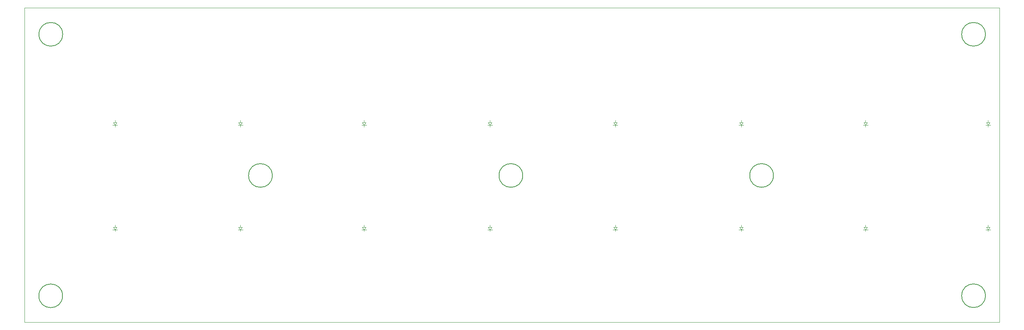
<source format=gbo>
%TF.GenerationSoftware,KiCad,Pcbnew,8.0.6*%
%TF.CreationDate,2024-11-10T21:08:49-06:00*%
%TF.ProjectId,micro_midi,6d696372-6f5f-46d6-9964-692e6b696361,rev?*%
%TF.SameCoordinates,Original*%
%TF.FileFunction,Legend,Bot*%
%TF.FilePolarity,Positive*%
%FSLAX46Y46*%
G04 Gerber Fmt 4.6, Leading zero omitted, Abs format (unit mm)*
G04 Created by KiCad (PCBNEW 8.0.6) date 2024-11-10 21:08:49*
%MOMM*%
%LPD*%
G01*
G04 APERTURE LIST*
%ADD10C,0.100000*%
%ADD11C,1.750000*%
%ADD12C,4.000000*%
%ADD13C,2.500000*%
%ADD14R,1.800000X1.800000*%
%ADD15C,1.800000*%
%ADD16O,3.101600X3.101600*%
%ADD17R,1.600000X1.600000*%
%ADD18O,1.600000X1.600000*%
%ADD19C,2.700000*%
%ADD20C,0.150000*%
%TA.AperFunction,Profile*%
%ADD21C,0.050000*%
%TD*%
G04 APERTURE END LIST*
D10*
%TO.C,D2*%
X84328076Y-92076549D02*
X85428076Y-92076549D01*
X84478076Y-91476549D02*
X85278076Y-91476549D01*
X84878076Y-90976549D02*
X84878076Y-91476549D01*
X84878076Y-92076549D02*
X84478076Y-91476549D01*
X84878076Y-92076549D02*
X84878076Y-92476549D01*
X85278076Y-91476549D02*
X84878076Y-92076549D01*
%TO.C,D7*%
X226828076Y-92076549D02*
X227928076Y-92076549D01*
X226978076Y-91476549D02*
X227778076Y-91476549D01*
X227378076Y-90976549D02*
X227378076Y-91476549D01*
X227378076Y-92076549D02*
X226978076Y-91476549D01*
X227378076Y-92076549D02*
X227378076Y-92476549D01*
X227778076Y-91476549D02*
X227378076Y-92076549D01*
%TO.C,D9*%
X55748076Y-115889049D02*
X56848076Y-115889049D01*
X55898076Y-115289049D02*
X56698076Y-115289049D01*
X56298076Y-114789049D02*
X56298076Y-115289049D01*
X56298076Y-115889049D02*
X55898076Y-115289049D01*
X56298076Y-115889049D02*
X56298076Y-116289049D01*
X56698076Y-115289049D02*
X56298076Y-115889049D01*
%TO.C,D1*%
X55748076Y-92076549D02*
X56848076Y-92076549D01*
X55898076Y-91476549D02*
X56698076Y-91476549D01*
X56298076Y-90976549D02*
X56298076Y-91476549D01*
X56298076Y-92076549D02*
X55898076Y-91476549D01*
X56298076Y-92076549D02*
X56298076Y-92476549D01*
X56698076Y-91476549D02*
X56298076Y-92076549D01*
%TO.C,D5*%
X169798076Y-92076549D02*
X170898076Y-92076549D01*
X169948076Y-91476549D02*
X170748076Y-91476549D01*
X170348076Y-90976549D02*
X170348076Y-91476549D01*
X170348076Y-92076549D02*
X169948076Y-91476549D01*
X170348076Y-92076549D02*
X170348076Y-92476549D01*
X170748076Y-91476549D02*
X170348076Y-92076549D01*
%TO.C,D10*%
X84328076Y-115889049D02*
X85428076Y-115889049D01*
X84478076Y-115289049D02*
X85278076Y-115289049D01*
X84878076Y-114789049D02*
X84878076Y-115289049D01*
X84878076Y-115889049D02*
X84478076Y-115289049D01*
X84878076Y-115889049D02*
X84878076Y-116289049D01*
X85278076Y-115289049D02*
X84878076Y-115889049D01*
%TO.C,D15*%
X226828076Y-115889049D02*
X227928076Y-115889049D01*
X226978076Y-115289049D02*
X227778076Y-115289049D01*
X227378076Y-114789049D02*
X227378076Y-115289049D01*
X227378076Y-115889049D02*
X226978076Y-115289049D01*
X227378076Y-115889049D02*
X227378076Y-116289049D01*
X227778076Y-115289049D02*
X227378076Y-115889049D01*
%TO.C,D8*%
X254778076Y-92076549D02*
X255878076Y-92076549D01*
X254928076Y-91476549D02*
X255728076Y-91476549D01*
X255328076Y-90976549D02*
X255328076Y-91476549D01*
X255328076Y-92076549D02*
X254928076Y-91476549D01*
X255328076Y-92076549D02*
X255328076Y-92476549D01*
X255728076Y-91476549D02*
X255328076Y-92076549D01*
%TO.C,D3*%
X112518076Y-92076549D02*
X113618076Y-92076549D01*
X112668076Y-91476549D02*
X113468076Y-91476549D01*
X113068076Y-90976549D02*
X113068076Y-91476549D01*
X113068076Y-92076549D02*
X112668076Y-91476549D01*
X113068076Y-92076549D02*
X113068076Y-92476549D01*
X113468076Y-91476549D02*
X113068076Y-92076549D01*
%TO.C,D4*%
X141218076Y-92076549D02*
X142318076Y-92076549D01*
X141368076Y-91476549D02*
X142168076Y-91476549D01*
X141768076Y-90976549D02*
X141768076Y-91476549D01*
X141768076Y-92076549D02*
X141368076Y-91476549D01*
X141768076Y-92076549D02*
X141768076Y-92476549D01*
X142168076Y-91476549D02*
X141768076Y-92076549D01*
%TO.C,D13*%
X169798076Y-115889049D02*
X170898076Y-115889049D01*
X169948076Y-115289049D02*
X170748076Y-115289049D01*
X170348076Y-114789049D02*
X170348076Y-115289049D01*
X170348076Y-115889049D02*
X169948076Y-115289049D01*
X170348076Y-115889049D02*
X170348076Y-116289049D01*
X170748076Y-115289049D02*
X170348076Y-115889049D01*
%TO.C,D6*%
X198498076Y-92076549D02*
X199598076Y-92076549D01*
X198648076Y-91476549D02*
X199448076Y-91476549D01*
X199048076Y-90976549D02*
X199048076Y-91476549D01*
X199048076Y-92076549D02*
X198648076Y-91476549D01*
X199048076Y-92076549D02*
X199048076Y-92476549D01*
X199448076Y-91476549D02*
X199048076Y-92076549D01*
%TO.C,D16*%
X254778076Y-115889049D02*
X255878076Y-115889049D01*
X254928076Y-115289049D02*
X255728076Y-115289049D01*
X255328076Y-114789049D02*
X255328076Y-115289049D01*
X255328076Y-115889049D02*
X254928076Y-115289049D01*
X255328076Y-115889049D02*
X255328076Y-116289049D01*
X255728076Y-115289049D02*
X255328076Y-115889049D01*
%TO.C,D11*%
X112518076Y-115889049D02*
X113618076Y-115889049D01*
X112668076Y-115289049D02*
X113468076Y-115289049D01*
X113068076Y-114789049D02*
X113068076Y-115289049D01*
X113068076Y-115889049D02*
X112668076Y-115289049D01*
X113068076Y-115889049D02*
X113068076Y-116289049D01*
X113468076Y-115289049D02*
X113068076Y-115889049D01*
%TO.C,D14*%
X198498076Y-115889049D02*
X199598076Y-115889049D01*
X198648076Y-115289049D02*
X199448076Y-115289049D01*
X199048076Y-114789049D02*
X199048076Y-115289049D01*
X199048076Y-115889049D02*
X198648076Y-115289049D01*
X199048076Y-115889049D02*
X199048076Y-116289049D01*
X199448076Y-115289049D02*
X199048076Y-115889049D01*
%TO.C,D12*%
X141218076Y-115889049D02*
X142318076Y-115889049D01*
X141368076Y-115289049D02*
X142168076Y-115289049D01*
X141768076Y-114789049D02*
X141768076Y-115289049D01*
X141768076Y-115889049D02*
X141368076Y-115289049D01*
X141768076Y-115889049D02*
X141768076Y-116289049D01*
X142168076Y-115289049D02*
X141768076Y-115889049D01*
%TD*%
%LPC*%
D11*
%TO.C,S16*%
X241723076Y-115441549D03*
D12*
X246803076Y-115441549D03*
D11*
X251883076Y-115441549D03*
D13*
X242993076Y-112901549D03*
X249343076Y-110361549D03*
%TD*%
D14*
%TO.C,D18*%
X74083076Y-96709049D03*
D15*
X76623076Y-96709049D03*
%TD*%
D16*
%TO.C,C1*%
X56698076Y-69150049D03*
%TD*%
D14*
%TO.C,D24*%
X245533076Y-96709049D03*
D15*
X248073076Y-96709049D03*
%TD*%
D14*
%TO.C,D22*%
X188253076Y-96709049D03*
D15*
X190793076Y-96709049D03*
%TD*%
D14*
%TO.C,D30*%
X188253076Y-120521549D03*
D15*
X190793076Y-120521549D03*
%TD*%
D16*
%TO.C,L12*%
X127898076Y-69150049D03*
%TD*%
%TO.C,C2*%
X63818076Y-69150049D03*
%TD*%
D14*
%TO.C,D19*%
X102273076Y-96709049D03*
D15*
X104813076Y-96709049D03*
%TD*%
D16*
%TO.C,L2*%
X92298076Y-69150049D03*
%TD*%
%TO.C,R0*%
X53138076Y-74230049D03*
%TD*%
D11*
%TO.C,S12*%
X127163076Y-115441549D03*
D12*
X132243076Y-115441549D03*
D11*
X137323076Y-115441549D03*
D13*
X128433076Y-112901549D03*
X134783076Y-110361549D03*
%TD*%
D16*
%TO.C,L11*%
X124338076Y-74230049D03*
%TD*%
D14*
%TO.C,D20*%
X130973076Y-96709049D03*
D15*
X133513076Y-96709049D03*
%TD*%
D16*
%TO.C,L5*%
X102978076Y-74230049D03*
%TD*%
D14*
%TO.C,D25*%
X45503076Y-120521549D03*
D15*
X48043076Y-120521549D03*
%TD*%
D11*
%TO.C,S1*%
X41693076Y-91629049D03*
D12*
X46773076Y-91629049D03*
D11*
X51853076Y-91629049D03*
D13*
X42963076Y-89089049D03*
X49313076Y-86549049D03*
%TD*%
D11*
%TO.C,S8*%
X241723076Y-91629049D03*
D12*
X246803076Y-91629049D03*
D11*
X251883076Y-91629049D03*
D13*
X242993076Y-89089049D03*
X249343076Y-86549049D03*
%TD*%
D11*
%TO.C,S10*%
X70273076Y-115441549D03*
D12*
X75353076Y-115441549D03*
D11*
X80433076Y-115441549D03*
D13*
X71543076Y-112901549D03*
X77893076Y-110361549D03*
%TD*%
D14*
%TO.C,D27*%
X102273076Y-120521549D03*
D15*
X104813076Y-120521549D03*
%TD*%
D14*
%TO.C,D31*%
X216573076Y-120521549D03*
D15*
X219113076Y-120521549D03*
%TD*%
D16*
%TO.C,L1*%
X88738076Y-74230049D03*
%TD*%
%TO.C,L0*%
X85178076Y-69150049D03*
%TD*%
D11*
%TO.C,S15*%
X212763076Y-115441549D03*
D12*
X217843076Y-115441549D03*
D11*
X222923076Y-115441549D03*
D13*
X214033076Y-112901549D03*
X220383076Y-110361549D03*
%TD*%
D16*
%TO.C,L10*%
X120778076Y-69150049D03*
%TD*%
%TO.C,L4*%
X99418076Y-69150049D03*
%TD*%
%TO.C,C3*%
X70938076Y-69150049D03*
%TD*%
D11*
%TO.C,S2*%
X70273076Y-91629049D03*
D12*
X75353076Y-91629049D03*
D11*
X80433076Y-91629049D03*
D13*
X71543076Y-89089049D03*
X77893076Y-86549049D03*
%TD*%
D11*
%TO.C,S5*%
X155743076Y-91629049D03*
D12*
X160823076Y-91629049D03*
D11*
X165903076Y-91629049D03*
D13*
X157013076Y-89089049D03*
X163363076Y-86549049D03*
%TD*%
D16*
%TO.C,L8*%
X113658076Y-69150049D03*
%TD*%
%TO.C,L13*%
X131458076Y-74230049D03*
%TD*%
D11*
%TO.C,S7*%
X212763076Y-91629049D03*
D12*
X217843076Y-91629049D03*
D11*
X222923076Y-91629049D03*
D13*
X214033076Y-89089049D03*
X220383076Y-86549049D03*
%TD*%
D16*
%TO.C,R1*%
X60258076Y-74230049D03*
%TD*%
%TO.C,L6*%
X106538076Y-69150049D03*
%TD*%
%TO.C,L7*%
X110098076Y-74230049D03*
%TD*%
%TO.C,R2*%
X67378076Y-74230049D03*
%TD*%
D11*
%TO.C,S4*%
X127163076Y-91629049D03*
D12*
X132243076Y-91629049D03*
D11*
X137323076Y-91629049D03*
D13*
X128433076Y-89089049D03*
X134783076Y-86549049D03*
%TD*%
D11*
%TO.C,S13*%
X155743076Y-115441549D03*
D12*
X160823076Y-115441549D03*
D11*
X165903076Y-115441549D03*
D13*
X157013076Y-112901549D03*
X163363076Y-110361549D03*
%TD*%
D16*
%TO.C,L15*%
X138578076Y-74230049D03*
%TD*%
%TO.C,GND1*%
X142138076Y-69150049D03*
%TD*%
D11*
%TO.C,S14*%
X184443076Y-115441549D03*
D12*
X189523076Y-115441549D03*
D11*
X194603076Y-115441549D03*
D13*
X185713076Y-112901549D03*
X192063076Y-110361549D03*
%TD*%
D16*
%TO.C,C0*%
X49578076Y-69150049D03*
%TD*%
D11*
%TO.C,S3*%
X98463076Y-91629049D03*
D12*
X103543076Y-91629049D03*
D11*
X108623076Y-91629049D03*
D13*
X99733076Y-89089049D03*
X106083076Y-86549049D03*
%TD*%
D14*
%TO.C,D28*%
X130973076Y-120521549D03*
D15*
X133513076Y-120521549D03*
%TD*%
D14*
%TO.C,D26*%
X74083076Y-120521549D03*
D15*
X76623076Y-120521549D03*
%TD*%
D14*
%TO.C,D21*%
X159553076Y-96709049D03*
D15*
X162093076Y-96709049D03*
%TD*%
D16*
%TO.C,R3*%
X74498076Y-74230049D03*
%TD*%
D14*
%TO.C,D23*%
X216573076Y-96709049D03*
D15*
X219113076Y-96709049D03*
%TD*%
D16*
%TO.C,L14*%
X135018076Y-69150049D03*
%TD*%
D14*
%TO.C,D17*%
X45503076Y-96709049D03*
D15*
X48043076Y-96709049D03*
%TD*%
D14*
%TO.C,D32*%
X245533076Y-120521549D03*
D15*
X248073076Y-120521549D03*
%TD*%
D11*
%TO.C,S9*%
X41693076Y-115441549D03*
D12*
X46773076Y-115441549D03*
D11*
X51853076Y-115441549D03*
D13*
X42963076Y-112901549D03*
X49313076Y-110361549D03*
%TD*%
D11*
%TO.C,S11*%
X98463076Y-115441549D03*
D12*
X103543076Y-115441549D03*
D11*
X108623076Y-115441549D03*
D13*
X99733076Y-112901549D03*
X106083076Y-110361549D03*
%TD*%
D11*
%TO.C,S6*%
X184443076Y-91629049D03*
D12*
X189523076Y-91629049D03*
D11*
X194603076Y-91629049D03*
D13*
X185713076Y-89089049D03*
X192063076Y-86549049D03*
%TD*%
D16*
%TO.C,L3*%
X95858076Y-74230049D03*
%TD*%
D14*
%TO.C,D29*%
X159553076Y-120521549D03*
D15*
X162093076Y-120521549D03*
%TD*%
D16*
%TO.C,L9*%
X117218076Y-74230049D03*
%TD*%
D17*
%TO.C,D2*%
X84878076Y-95536549D03*
D18*
X84878076Y-87916549D03*
%TD*%
D17*
%TO.C,D7*%
X227378076Y-95536549D03*
D18*
X227378076Y-87916549D03*
%TD*%
D17*
%TO.C,D9*%
X56298076Y-119349049D03*
D18*
X56298076Y-111729049D03*
%TD*%
D17*
%TO.C,D1*%
X56298076Y-95536549D03*
D18*
X56298076Y-87916549D03*
%TD*%
D17*
%TO.C,D5*%
X170348076Y-95536549D03*
D18*
X170348076Y-87916549D03*
%TD*%
D17*
%TO.C,D10*%
X84878076Y-119349049D03*
D18*
X84878076Y-111729049D03*
%TD*%
D17*
%TO.C,D15*%
X227378076Y-119349049D03*
D18*
X227378076Y-111729049D03*
%TD*%
D17*
%TO.C,D8*%
X255328076Y-95536549D03*
D18*
X255328076Y-87916549D03*
%TD*%
D17*
%TO.C,D3*%
X113068076Y-95536549D03*
D18*
X113068076Y-87916549D03*
%TD*%
D17*
%TO.C,D4*%
X141768076Y-95536549D03*
D18*
X141768076Y-87916549D03*
%TD*%
D17*
%TO.C,D13*%
X170348076Y-119349049D03*
D18*
X170348076Y-111729049D03*
%TD*%
D17*
%TO.C,D6*%
X199048076Y-95536549D03*
D18*
X199048076Y-87916549D03*
%TD*%
D17*
%TO.C,D16*%
X255328076Y-119349049D03*
D18*
X255328076Y-111729049D03*
%TD*%
D17*
%TO.C,D11*%
X113068076Y-119349049D03*
D18*
X113068076Y-111729049D03*
%TD*%
D17*
%TO.C,D14*%
X199048076Y-119349049D03*
D18*
X199048076Y-111729049D03*
%TD*%
D17*
%TO.C,D12*%
X141768076Y-119349049D03*
D18*
X141768076Y-111729049D03*
%TD*%
D19*
%TO.C,REF\u002A\u002A*%
X203683076Y-103535549D03*
%TD*%
%TO.C,REF\u002A\u002A*%
X146533076Y-103535549D03*
%TD*%
%TO.C,REF\u002A\u002A*%
X89448076Y-103535549D03*
%TD*%
%TO.C,REF\u002A\u002A*%
X41663076Y-71334049D03*
%TD*%
%TO.C,REF\u002A\u002A*%
X252003076Y-71334049D03*
%TD*%
%TO.C,REF\u002A\u002A*%
X252003076Y-130966049D03*
%TD*%
%TO.C,REF\u002A\u002A*%
X41643076Y-130986049D03*
%TD*%
%LPD*%
D20*
%TO.C,REF\u002A\u002A*%
X206383076Y-103535549D02*
G75*
G02*
X200983076Y-103535549I-2700000J0D01*
G01*
X200983076Y-103535549D02*
G75*
G02*
X206383076Y-103535549I2700000J0D01*
G01*
X149233076Y-103535549D02*
G75*
G02*
X143833076Y-103535549I-2700000J0D01*
G01*
X143833076Y-103535549D02*
G75*
G02*
X149233076Y-103535549I2700000J0D01*
G01*
X92148076Y-103535549D02*
G75*
G02*
X86748076Y-103535549I-2700000J0D01*
G01*
X86748076Y-103535549D02*
G75*
G02*
X92148076Y-103535549I2700000J0D01*
G01*
X44363076Y-71334049D02*
G75*
G02*
X38963076Y-71334049I-2700000J0D01*
G01*
X38963076Y-71334049D02*
G75*
G02*
X44363076Y-71334049I2700000J0D01*
G01*
X254703076Y-71334049D02*
G75*
G02*
X249303076Y-71334049I-2700000J0D01*
G01*
X249303076Y-71334049D02*
G75*
G02*
X254703076Y-71334049I2700000J0D01*
G01*
X254703076Y-130966049D02*
G75*
G02*
X249303076Y-130966049I-2700000J0D01*
G01*
X249303076Y-130966049D02*
G75*
G02*
X254703076Y-130966049I2700000J0D01*
G01*
X44343076Y-130986049D02*
G75*
G02*
X38943076Y-130986049I-2700000J0D01*
G01*
X38943076Y-130986049D02*
G75*
G02*
X44343076Y-130986049I2700000J0D01*
G01*
%TD*%
D21*
X35663076Y-65334049D02*
X257913076Y-65334049D01*
X257913076Y-136966049D01*
X35663076Y-136966049D01*
X35663076Y-65334049D01*
M02*

</source>
